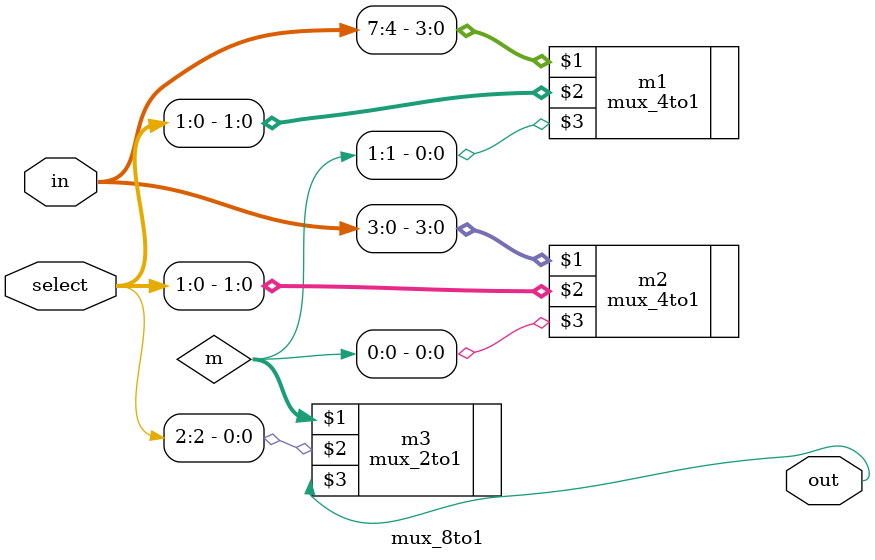
<source format=v>
`include "mux_2to1.v"
`include "mux_4to1.v"
module mux_8to1(input [7:0] in,input [2:0] select,output out);

    wire [1:0] m;

    mux_4to1 m1(in[7:4],select[1:0],m[1]);
    mux_4to1 m2(in[3:0],select[1:0],m[0]);

    mux_2to1 m3(m,select[2],out);

endmodule
</source>
